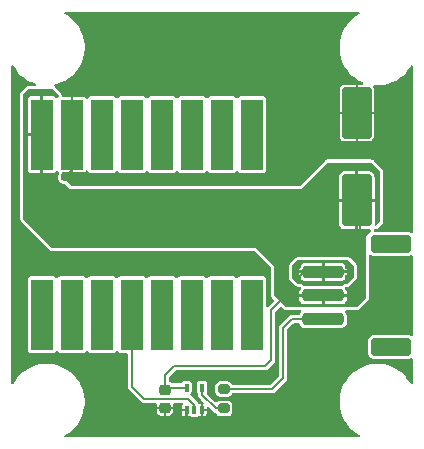
<source format=gtl>
%TF.GenerationSoftware,KiCad,Pcbnew,8.0.4*%
%TF.CreationDate,2024-08-07T00:27:04-04:00*%
%TF.ProjectId,esp32c3-wled,65737033-3263-4332-9d77-6c65642e6b69,rev?*%
%TF.SameCoordinates,Original*%
%TF.FileFunction,Copper,L1,Top*%
%TF.FilePolarity,Positive*%
%FSLAX46Y46*%
G04 Gerber Fmt 4.6, Leading zero omitted, Abs format (unit mm)*
G04 Created by KiCad (PCBNEW 8.0.4) date 2024-08-07 00:27:04*
%MOMM*%
%LPD*%
G01*
G04 APERTURE LIST*
G04 Aperture macros list*
%AMRoundRect*
0 Rectangle with rounded corners*
0 $1 Rounding radius*
0 $2 $3 $4 $5 $6 $7 $8 $9 X,Y pos of 4 corners*
0 Add a 4 corners polygon primitive as box body*
4,1,4,$2,$3,$4,$5,$6,$7,$8,$9,$2,$3,0*
0 Add four circle primitives for the rounded corners*
1,1,$1+$1,$2,$3*
1,1,$1+$1,$4,$5*
1,1,$1+$1,$6,$7*
1,1,$1+$1,$8,$9*
0 Add four rect primitives between the rounded corners*
20,1,$1+$1,$2,$3,$4,$5,0*
20,1,$1+$1,$4,$5,$6,$7,0*
20,1,$1+$1,$6,$7,$8,$9,0*
20,1,$1+$1,$8,$9,$2,$3,0*%
G04 Aperture macros list end*
%TA.AperFunction,SMDPad,CuDef*%
%ADD10R,1.905000X6.000000*%
%TD*%
%TA.AperFunction,SMDPad,CuDef*%
%ADD11RoundRect,0.225000X-0.250000X0.225000X-0.250000X-0.225000X0.250000X-0.225000X0.250000X0.225000X0*%
%TD*%
%TA.AperFunction,SMDPad,CuDef*%
%ADD12RoundRect,0.100000X0.100000X-0.225000X0.100000X0.225000X-0.100000X0.225000X-0.100000X-0.225000X0*%
%TD*%
%TA.AperFunction,SMDPad,CuDef*%
%ADD13RoundRect,0.250000X1.500000X-0.250000X1.500000X0.250000X-1.500000X0.250000X-1.500000X-0.250000X0*%
%TD*%
%TA.AperFunction,SMDPad,CuDef*%
%ADD14RoundRect,0.250001X1.449999X-0.499999X1.449999X0.499999X-1.449999X0.499999X-1.449999X-0.499999X0*%
%TD*%
%TA.AperFunction,SMDPad,CuDef*%
%ADD15RoundRect,0.200000X0.275000X-0.200000X0.275000X0.200000X-0.275000X0.200000X-0.275000X-0.200000X0*%
%TD*%
%TA.AperFunction,SMDPad,CuDef*%
%ADD16RoundRect,0.250000X1.000000X-1.950000X1.000000X1.950000X-1.000000X1.950000X-1.000000X-1.950000X0*%
%TD*%
%TA.AperFunction,ViaPad*%
%ADD17C,0.600000*%
%TD*%
%TA.AperFunction,Conductor*%
%ADD18C,0.200000*%
%TD*%
G04 APERTURE END LIST*
D10*
%TO.P,U1,0,GPIO0*%
%TO.N,unconnected-(U1-GPIO0-Pad0)*%
X177380000Y-92380000D03*
%TO.P,U1,1,GPIO1*%
%TO.N,unconnected-(U1-GPIO1-Pad1)*%
X174840000Y-92380000D03*
%TO.P,U1,2,GPIO2*%
%TO.N,unconnected-(U1-GPIO2-Pad2)*%
X172300000Y-92380000D03*
%TO.P,U1,3,GPIO3*%
%TO.N,unconnected-(U1-GPIO3-Pad3)*%
X169760000Y-92380000D03*
%TO.P,U1,3.3,3V3*%
%TO.N,unconnected-(U1-3V3-Pad3.3)*%
X164680000Y-92380000D03*
%TO.P,U1,4,GPIO4*%
%TO.N,unconnected-(U1-GPIO4-Pad4)*%
X167220000Y-92380000D03*
%TO.P,U1,5,GPIO5*%
%TO.N,unconnected-(U1-GPIO5-Pad5)*%
X159600000Y-107620000D03*
%TO.P,U1,5V,5V*%
%TO.N,+5V*%
X159600000Y-92380000D03*
%TO.P,U1,6,GPIO6*%
%TO.N,unconnected-(U1-GPIO6-Pad6)*%
X162140000Y-107620000D03*
%TO.P,U1,7,GPIO7*%
%TO.N,unconnected-(U1-GPIO7-Pad7)*%
X164680000Y-107620000D03*
%TO.P,U1,8,GPIO8*%
%TO.N,Net-(U1-GPIO8)*%
X167220000Y-107620000D03*
%TO.P,U1,9,GPIO9*%
%TO.N,unconnected-(U1-GPIO9-Pad9)*%
X169760000Y-107620000D03*
%TO.P,U1,10,GPIO10*%
%TO.N,unconnected-(U1-GPIO10-Pad10)*%
X172300000Y-107620000D03*
%TO.P,U1,20,GPIO20*%
%TO.N,unconnected-(U1-GPIO20-Pad20)*%
X174840000Y-107620000D03*
%TO.P,U1,21,GPIO21*%
%TO.N,unconnected-(U1-GPIO21-Pad21)*%
X177380000Y-107620000D03*
%TO.P,U1,G,GND*%
%TO.N,GND*%
X162140000Y-92380000D03*
%TD*%
D11*
%TO.P,C1,1*%
%TO.N,+5V*%
X170000000Y-113975000D03*
%TO.P,C1,2*%
%TO.N,GND*%
X170000000Y-115525000D03*
%TD*%
D12*
%TO.P,U2,1*%
%TO.N,GND*%
X171850000Y-115700000D03*
%TO.P,U2,2*%
%TO.N,Net-(U1-GPIO8)*%
X172500000Y-115700000D03*
%TO.P,U2,3,GND*%
%TO.N,GND*%
X173150000Y-115700000D03*
%TO.P,U2,4*%
%TO.N,Net-(R1-Pad1)*%
X173150000Y-113800000D03*
%TO.P,U2,5,VCC*%
%TO.N,+5V*%
X171850000Y-113800000D03*
%TD*%
D13*
%TO.P,J1,1,Pin_1*%
%TO.N,Net-(J1-Pin_1)*%
X183400000Y-108000000D03*
%TO.P,J1,2,Pin_2*%
%TO.N,+5V*%
X183400000Y-106000000D03*
%TO.P,J1,3,Pin_3*%
%TO.N,GND*%
X183400000Y-104000000D03*
D14*
%TO.P,J1,MP*%
%TO.N,N/C*%
X189150000Y-110350000D03*
X189150000Y-101650000D03*
%TD*%
D15*
%TO.P,R1,1*%
%TO.N,Net-(R1-Pad1)*%
X175000000Y-115575000D03*
%TO.P,R1,2*%
%TO.N,Net-(J1-Pin_1)*%
X175000000Y-113925000D03*
%TD*%
D16*
%TO.P,C2,1*%
%TO.N,+5V*%
X186250000Y-97950000D03*
%TO.P,C2,2*%
%TO.N,GND*%
X186250000Y-90550000D03*
%TD*%
D17*
%TO.N,GND*%
X181250000Y-103500000D03*
X185500000Y-104500000D03*
X186750000Y-93750000D03*
X185500000Y-103500000D03*
X170000000Y-116750000D03*
X162500000Y-96000000D03*
X185750000Y-93750000D03*
X181250000Y-104500000D03*
X161500000Y-96000000D03*
%TD*%
D18*
%TO.N,+5V*%
X179000000Y-111500000D02*
X179000000Y-107250000D01*
X170000000Y-112750000D02*
X170750000Y-112000000D01*
X170000000Y-113975000D02*
X170000000Y-112750000D01*
X186500000Y-98500000D02*
X186500000Y-100800000D01*
X170175000Y-113800000D02*
X170000000Y-113975000D01*
X178500000Y-112000000D02*
X179000000Y-111500000D01*
X180250000Y-106000000D02*
X183400000Y-106000000D01*
X170750000Y-112000000D02*
X178500000Y-112000000D01*
X179000000Y-107250000D02*
X180250000Y-106000000D01*
X171850000Y-113800000D02*
X170175000Y-113800000D01*
%TO.N,GND*%
X186250000Y-90550000D02*
X186250000Y-93250000D01*
X162140000Y-92380000D02*
X162140000Y-95360000D01*
X183400000Y-104000000D02*
X185500000Y-104000000D01*
X186250000Y-93250000D02*
X185750000Y-93750000D01*
X185500000Y-104000000D02*
X185500000Y-104500000D01*
X170000000Y-115525000D02*
X170000000Y-116750000D01*
X185750000Y-93750000D02*
X186750000Y-93750000D01*
X162140000Y-95360000D02*
X161500000Y-96000000D01*
X183400000Y-104000000D02*
X181750000Y-104000000D01*
X185500000Y-103500000D02*
X185500000Y-104000000D01*
X181750000Y-104000000D02*
X181250000Y-104500000D01*
%TO.N,Net-(J1-Pin_1)*%
X180000000Y-108750000D02*
X180750000Y-108000000D01*
X180750000Y-108000000D02*
X183400000Y-108000000D01*
X180000000Y-113000000D02*
X180000000Y-108750000D01*
X175000000Y-113925000D02*
X179075000Y-113925000D01*
X179075000Y-113925000D02*
X180000000Y-113000000D01*
%TO.N,Net-(R1-Pad1)*%
X174325000Y-115575000D02*
X173150000Y-114400000D01*
X173150000Y-114400000D02*
X173150000Y-113800000D01*
X175000000Y-115575000D02*
X174325000Y-115575000D01*
%TO.N,Net-(U1-GPIO8)*%
X172000000Y-114750000D02*
X171975000Y-114775000D01*
X167220000Y-113720000D02*
X168250000Y-114750000D01*
X172500000Y-115700000D02*
X172500000Y-115250000D01*
X168250000Y-114750000D02*
X172000000Y-114750000D01*
X167220000Y-107620000D02*
X167220000Y-113720000D01*
X172500000Y-115250000D02*
X172000000Y-114750000D01*
%TD*%
%TA.AperFunction,Conductor*%
%TO.N,+5V*%
G36*
X160517461Y-88519213D02*
G01*
X160529465Y-88529465D01*
X160970535Y-88970535D01*
X160998761Y-89025933D01*
X161000000Y-89041670D01*
X161000000Y-89172008D01*
X160983045Y-89227899D01*
X160953344Y-89272349D01*
X160904518Y-89310840D01*
X160842391Y-89313281D01*
X160790696Y-89278738D01*
X160786053Y-89272348D01*
X160735624Y-89196877D01*
X160651605Y-89140736D01*
X160577516Y-89126000D01*
X159727000Y-89126000D01*
X159727000Y-95633999D01*
X160577517Y-95633999D01*
X160651605Y-95619263D01*
X160735624Y-95563123D01*
X160786053Y-95487650D01*
X160834879Y-95449158D01*
X160897005Y-95446717D01*
X160948701Y-95481258D01*
X160953336Y-95487637D01*
X160983046Y-95532100D01*
X161000000Y-95587989D01*
X161000000Y-95738116D01*
X160992342Y-95776614D01*
X160959771Y-95855245D01*
X160940715Y-95999996D01*
X160940715Y-96000003D01*
X160959771Y-96144754D01*
X161015644Y-96279642D01*
X161015645Y-96279643D01*
X161104526Y-96395474D01*
X161220357Y-96484355D01*
X161355245Y-96540228D01*
X161386741Y-96544374D01*
X161500000Y-96559285D01*
X161503193Y-96558864D01*
X161505464Y-96559285D01*
X161506594Y-96559285D01*
X161506594Y-96559494D01*
X161564326Y-96570188D01*
X161587467Y-96587467D01*
X162000000Y-97000000D01*
X181500000Y-97000000D01*
X182548211Y-95951789D01*
X184746000Y-95951789D01*
X184746000Y-97823000D01*
X186123000Y-97823000D01*
X186377000Y-97823000D01*
X187753999Y-97823000D01*
X187753999Y-95951789D01*
X187747546Y-95891766D01*
X187747545Y-95891761D01*
X187696901Y-95755978D01*
X187610046Y-95639953D01*
X187494021Y-95553098D01*
X187358235Y-95502453D01*
X187298211Y-95496000D01*
X186377000Y-95496000D01*
X186377000Y-97823000D01*
X186123000Y-97823000D01*
X186123000Y-95496000D01*
X185201789Y-95496000D01*
X185141766Y-95502453D01*
X185141761Y-95502454D01*
X185005978Y-95553098D01*
X184889953Y-95639953D01*
X184803098Y-95755978D01*
X184752453Y-95891763D01*
X184752453Y-95891765D01*
X184746000Y-95951789D01*
X182548211Y-95951789D01*
X183720535Y-94779465D01*
X183775933Y-94751239D01*
X183791670Y-94750000D01*
X187458330Y-94750000D01*
X187517461Y-94769213D01*
X187529465Y-94779465D01*
X188220535Y-95470535D01*
X188248761Y-95525933D01*
X188250000Y-95541670D01*
X188250000Y-99708330D01*
X188230787Y-99767461D01*
X188220535Y-99779465D01*
X187919769Y-100080230D01*
X187864371Y-100108456D01*
X187802962Y-100098730D01*
X187758999Y-100054766D01*
X187748610Y-99998341D01*
X187754000Y-99948210D01*
X187754000Y-98077000D01*
X186377000Y-98077000D01*
X186377000Y-100403999D01*
X187298208Y-100403999D01*
X187348342Y-100398609D01*
X187409188Y-100411391D01*
X187450901Y-100457497D01*
X187457547Y-100519315D01*
X187430231Y-100569768D01*
X187000000Y-100999999D01*
X187000000Y-106208330D01*
X186980787Y-106267461D01*
X186970535Y-106279465D01*
X186279465Y-106970535D01*
X186224067Y-106998761D01*
X186208330Y-107000000D01*
X180291670Y-107000000D01*
X180232539Y-106980787D01*
X180220535Y-106970535D01*
X179548210Y-106298210D01*
X181396001Y-106298210D01*
X181402453Y-106358233D01*
X181402454Y-106358238D01*
X181453098Y-106494021D01*
X181539953Y-106610046D01*
X181655978Y-106696901D01*
X181791764Y-106747546D01*
X181851789Y-106753999D01*
X183273000Y-106753999D01*
X183527000Y-106753999D01*
X184948210Y-106753999D01*
X185008233Y-106747546D01*
X185008238Y-106747545D01*
X185144021Y-106696901D01*
X185260046Y-106610046D01*
X185346901Y-106494021D01*
X185397546Y-106358236D01*
X185397546Y-106358234D01*
X185404000Y-106298210D01*
X185404000Y-106127000D01*
X183527000Y-106127000D01*
X183527000Y-106753999D01*
X183273000Y-106753999D01*
X183273000Y-106127000D01*
X181396001Y-106127000D01*
X181396001Y-106298210D01*
X179548210Y-106298210D01*
X179279465Y-106029465D01*
X179251239Y-105974067D01*
X179250000Y-105958330D01*
X179250000Y-103541665D01*
X180490500Y-103541665D01*
X180490500Y-104458339D01*
X180491299Y-104478678D01*
X180491301Y-104478698D01*
X180492540Y-104494435D01*
X180520022Y-104591875D01*
X180522969Y-104597658D01*
X180548251Y-104647278D01*
X180548253Y-104647281D01*
X180595969Y-104712957D01*
X180595970Y-104712958D01*
X180595971Y-104712959D01*
X181037041Y-105154029D01*
X181052007Y-105167863D01*
X181064011Y-105178115D01*
X181064015Y-105178118D01*
X181143945Y-105222880D01*
X181152348Y-105227586D01*
X181211479Y-105246799D01*
X181291666Y-105259499D01*
X181291668Y-105259500D01*
X181436636Y-105259500D01*
X181495767Y-105278713D01*
X181532312Y-105329013D01*
X181532312Y-105391187D01*
X181517171Y-105420387D01*
X181453098Y-105505978D01*
X181402453Y-105641763D01*
X181402453Y-105641765D01*
X181396000Y-105701789D01*
X181396000Y-105873000D01*
X185403999Y-105873000D01*
X185403999Y-105701789D01*
X185397546Y-105641766D01*
X185397545Y-105641761D01*
X185346901Y-105505978D01*
X185282829Y-105420387D01*
X185262774Y-105361536D01*
X185281141Y-105302136D01*
X185330915Y-105264877D01*
X185363364Y-105259500D01*
X185458339Y-105259500D01*
X185478678Y-105258700D01*
X185478683Y-105258699D01*
X185478698Y-105258699D01*
X185494435Y-105257460D01*
X185591875Y-105229978D01*
X185647273Y-105201752D01*
X185712959Y-105154029D01*
X186154029Y-104712959D01*
X186167863Y-104697993D01*
X186178115Y-104685989D01*
X186227586Y-104597652D01*
X186246799Y-104538521D01*
X186259500Y-104458330D01*
X186259500Y-103541670D01*
X186258699Y-103521302D01*
X186257460Y-103505565D01*
X186229978Y-103408125D01*
X186201752Y-103352727D01*
X186201748Y-103352721D01*
X186201746Y-103352718D01*
X186154030Y-103287042D01*
X186154029Y-103287041D01*
X185712959Y-102845971D01*
X185697993Y-102832137D01*
X185685989Y-102821885D01*
X185685988Y-102821884D01*
X185685984Y-102821881D01*
X185597658Y-102772417D01*
X185597645Y-102772411D01*
X185538526Y-102753202D01*
X185538516Y-102753200D01*
X185458334Y-102740500D01*
X185458330Y-102740500D01*
X181291670Y-102740500D01*
X181291661Y-102740500D01*
X181271321Y-102741299D01*
X181257694Y-102742372D01*
X181255565Y-102742540D01*
X181158125Y-102770022D01*
X181108302Y-102795407D01*
X181102721Y-102798251D01*
X181102718Y-102798253D01*
X181037042Y-102845969D01*
X180595967Y-103287045D01*
X180582139Y-103302004D01*
X180571881Y-103314015D01*
X180522417Y-103402341D01*
X180522411Y-103402354D01*
X180503202Y-103461473D01*
X180503200Y-103461483D01*
X180490500Y-103541665D01*
X179250000Y-103541665D01*
X179250000Y-103500000D01*
X177750000Y-102000000D01*
X160541670Y-102000000D01*
X160482539Y-101980787D01*
X160470535Y-101970535D01*
X158448210Y-99948210D01*
X184746001Y-99948210D01*
X184752453Y-100008233D01*
X184752454Y-100008238D01*
X184803098Y-100144021D01*
X184889953Y-100260046D01*
X185005978Y-100346901D01*
X185141764Y-100397546D01*
X185201789Y-100403999D01*
X186123000Y-100403999D01*
X186123000Y-98077000D01*
X184746001Y-98077000D01*
X184746001Y-99948210D01*
X158448210Y-99948210D01*
X158029465Y-99529465D01*
X158001239Y-99474067D01*
X158000000Y-99458330D01*
X158000000Y-95405016D01*
X158393501Y-95405016D01*
X158408236Y-95479105D01*
X158464376Y-95563123D01*
X158548394Y-95619263D01*
X158622483Y-95633999D01*
X159473000Y-95633999D01*
X159473000Y-92507000D01*
X158393501Y-92507000D01*
X158393501Y-95405016D01*
X158000000Y-95405016D01*
X158000000Y-89354983D01*
X158393500Y-89354983D01*
X158393500Y-92253000D01*
X159473000Y-92253000D01*
X159473000Y-89126000D01*
X158622483Y-89126000D01*
X158548394Y-89140736D01*
X158464376Y-89196876D01*
X158408236Y-89280894D01*
X158393500Y-89354983D01*
X158000000Y-89354983D01*
X158000000Y-89041670D01*
X158019213Y-88982539D01*
X158029465Y-88970535D01*
X158470535Y-88529465D01*
X158525933Y-88501239D01*
X158541670Y-88500000D01*
X160458330Y-88500000D01*
X160517461Y-88519213D01*
G37*
%TD.AperFunction*%
%TD*%
%TA.AperFunction,Conductor*%
%TO.N,GND*%
G36*
X185517461Y-103019213D02*
G01*
X185529465Y-103029465D01*
X185970535Y-103470535D01*
X185998761Y-103525933D01*
X186000000Y-103541670D01*
X186000000Y-104458330D01*
X185980787Y-104517461D01*
X185970535Y-104529465D01*
X185529465Y-104970535D01*
X185474067Y-104998761D01*
X185458330Y-105000000D01*
X181291670Y-105000000D01*
X181232539Y-104980787D01*
X181220535Y-104970535D01*
X180779465Y-104529465D01*
X180751239Y-104474067D01*
X180750000Y-104458330D01*
X180750000Y-104298210D01*
X181396001Y-104298210D01*
X181402453Y-104358233D01*
X181402454Y-104358238D01*
X181453098Y-104494021D01*
X181539953Y-104610046D01*
X181655978Y-104696901D01*
X181791764Y-104747546D01*
X181851789Y-104753999D01*
X183273000Y-104753999D01*
X183527000Y-104753999D01*
X184948210Y-104753999D01*
X185008233Y-104747546D01*
X185008238Y-104747545D01*
X185144021Y-104696901D01*
X185260046Y-104610046D01*
X185346901Y-104494021D01*
X185397546Y-104358236D01*
X185397546Y-104358234D01*
X185404000Y-104298210D01*
X185404000Y-104127000D01*
X183527000Y-104127000D01*
X183527000Y-104753999D01*
X183273000Y-104753999D01*
X183273000Y-104127000D01*
X181396001Y-104127000D01*
X181396001Y-104298210D01*
X180750000Y-104298210D01*
X180750000Y-103701789D01*
X181396000Y-103701789D01*
X181396000Y-103873000D01*
X183273000Y-103873000D01*
X183527000Y-103873000D01*
X185403999Y-103873000D01*
X185403999Y-103701789D01*
X185397546Y-103641766D01*
X185397545Y-103641761D01*
X185346901Y-103505978D01*
X185260046Y-103389953D01*
X185144021Y-103303098D01*
X185008235Y-103252453D01*
X184948211Y-103246000D01*
X183527000Y-103246000D01*
X183527000Y-103873000D01*
X183273000Y-103873000D01*
X183273000Y-103246000D01*
X181851789Y-103246000D01*
X181791766Y-103252453D01*
X181791761Y-103252454D01*
X181655978Y-103303098D01*
X181539953Y-103389953D01*
X181453098Y-103505978D01*
X181402453Y-103641763D01*
X181402453Y-103641765D01*
X181396000Y-103701789D01*
X180750000Y-103701789D01*
X180750000Y-103541670D01*
X180769213Y-103482539D01*
X180779465Y-103470535D01*
X181220535Y-103029465D01*
X181275933Y-103001239D01*
X181291670Y-103000000D01*
X185458330Y-103000000D01*
X185517461Y-103019213D01*
G37*
%TD.AperFunction*%
%TD*%
%TA.AperFunction,Conductor*%
%TO.N,GND*%
G36*
X157182487Y-86529500D02*
G01*
X157191739Y-86544986D01*
X157194431Y-86550577D01*
X157194439Y-86550592D01*
X157385675Y-86854942D01*
X157385685Y-86854956D01*
X157609812Y-87136003D01*
X157863997Y-87390188D01*
X157864001Y-87390191D01*
X158145040Y-87614312D01*
X158145057Y-87614324D01*
X158449407Y-87805560D01*
X158449425Y-87805570D01*
X158669930Y-87911759D01*
X158773292Y-87961536D01*
X159011664Y-88044945D01*
X159061130Y-88082610D01*
X159079012Y-88142157D01*
X159058477Y-88200843D01*
X159007369Y-88236250D01*
X158978437Y-88240500D01*
X158541661Y-88240500D01*
X158521321Y-88241299D01*
X158507694Y-88242372D01*
X158505565Y-88242540D01*
X158408125Y-88270022D01*
X158369033Y-88289940D01*
X158352721Y-88298251D01*
X158352718Y-88298253D01*
X158287042Y-88345969D01*
X157845967Y-88787045D01*
X157832139Y-88802004D01*
X157821881Y-88814015D01*
X157772417Y-88902341D01*
X157772411Y-88902354D01*
X157753202Y-88961473D01*
X157753200Y-88961483D01*
X157740500Y-89041665D01*
X157740500Y-99458339D01*
X157741299Y-99478678D01*
X157741301Y-99478698D01*
X157742540Y-99494435D01*
X157770022Y-99591875D01*
X157798248Y-99647273D01*
X157798251Y-99647278D01*
X157798253Y-99647281D01*
X157845969Y-99712957D01*
X157845971Y-99712959D01*
X158067312Y-99934300D01*
X160287041Y-102154029D01*
X160302007Y-102167863D01*
X160314011Y-102178115D01*
X160314015Y-102178118D01*
X160393945Y-102222880D01*
X160402348Y-102227586D01*
X160461479Y-102246799D01*
X160541666Y-102259499D01*
X160541668Y-102259500D01*
X160541670Y-102259500D01*
X177600842Y-102259500D01*
X177659973Y-102278713D01*
X177671977Y-102288965D01*
X178961035Y-103578023D01*
X178989261Y-103633421D01*
X178990500Y-103649158D01*
X178990500Y-105958339D01*
X178991299Y-105978678D01*
X178991301Y-105978698D01*
X178992540Y-105994435D01*
X179020022Y-106091875D01*
X179048248Y-106147273D01*
X179048251Y-106147278D01*
X179048253Y-106147281D01*
X179095969Y-106212957D01*
X179244701Y-106361689D01*
X179272927Y-106417087D01*
X179263201Y-106478495D01*
X179244701Y-106503959D01*
X178782332Y-106966329D01*
X178782330Y-106966330D01*
X178758732Y-106989927D01*
X178703334Y-107018153D01*
X178641926Y-107008425D01*
X178597963Y-106964461D01*
X178586999Y-106918791D01*
X178586999Y-104594934D01*
X178578625Y-104552832D01*
X178572234Y-104520699D01*
X178572232Y-104520697D01*
X178572232Y-104520695D01*
X178515985Y-104436517D01*
X178515983Y-104436515D01*
X178431802Y-104380267D01*
X178431801Y-104380266D01*
X178431800Y-104380265D01*
X178431799Y-104380265D01*
X178375998Y-104369166D01*
X178357567Y-104365500D01*
X178357566Y-104365500D01*
X176402434Y-104365500D01*
X176328198Y-104380266D01*
X176328195Y-104380267D01*
X176244017Y-104436514D01*
X176226321Y-104462996D01*
X176193644Y-104511901D01*
X176144819Y-104550391D01*
X176082693Y-104552832D01*
X176030997Y-104518289D01*
X176026361Y-104511910D01*
X175975984Y-104436516D01*
X175891801Y-104380266D01*
X175891800Y-104380265D01*
X175891799Y-104380265D01*
X175835998Y-104369166D01*
X175817567Y-104365500D01*
X175817566Y-104365500D01*
X173862434Y-104365500D01*
X173788198Y-104380266D01*
X173788195Y-104380267D01*
X173704017Y-104436514D01*
X173686321Y-104462996D01*
X173653644Y-104511901D01*
X173604819Y-104550391D01*
X173542693Y-104552832D01*
X173490997Y-104518289D01*
X173486361Y-104511910D01*
X173435984Y-104436516D01*
X173351801Y-104380266D01*
X173351800Y-104380265D01*
X173351799Y-104380265D01*
X173295998Y-104369166D01*
X173277567Y-104365500D01*
X173277566Y-104365500D01*
X171322434Y-104365500D01*
X171248198Y-104380266D01*
X171248195Y-104380267D01*
X171164017Y-104436514D01*
X171146321Y-104462996D01*
X171113644Y-104511901D01*
X171064819Y-104550391D01*
X171002693Y-104552832D01*
X170950997Y-104518289D01*
X170946361Y-104511910D01*
X170895984Y-104436516D01*
X170811801Y-104380266D01*
X170811800Y-104380265D01*
X170811799Y-104380265D01*
X170755998Y-104369166D01*
X170737567Y-104365500D01*
X170737566Y-104365500D01*
X168782434Y-104365500D01*
X168708198Y-104380266D01*
X168708195Y-104380267D01*
X168624017Y-104436514D01*
X168606321Y-104462996D01*
X168573644Y-104511901D01*
X168524819Y-104550391D01*
X168462693Y-104552832D01*
X168410997Y-104518289D01*
X168406361Y-104511910D01*
X168355984Y-104436516D01*
X168271801Y-104380266D01*
X168271800Y-104380265D01*
X168271799Y-104380265D01*
X168215998Y-104369166D01*
X168197567Y-104365500D01*
X168197566Y-104365500D01*
X166242434Y-104365500D01*
X166168198Y-104380266D01*
X166168195Y-104380267D01*
X166084017Y-104436514D01*
X166066321Y-104462996D01*
X166033644Y-104511901D01*
X165984819Y-104550391D01*
X165922693Y-104552832D01*
X165870997Y-104518289D01*
X165866361Y-104511910D01*
X165815984Y-104436516D01*
X165731801Y-104380266D01*
X165731800Y-104380265D01*
X165731799Y-104380265D01*
X165675998Y-104369166D01*
X165657567Y-104365500D01*
X165657566Y-104365500D01*
X163702434Y-104365500D01*
X163628198Y-104380266D01*
X163628195Y-104380267D01*
X163544017Y-104436514D01*
X163526321Y-104462996D01*
X163493644Y-104511901D01*
X163444819Y-104550391D01*
X163382693Y-104552832D01*
X163330997Y-104518289D01*
X163326361Y-104511910D01*
X163275984Y-104436516D01*
X163191801Y-104380266D01*
X163191800Y-104380265D01*
X163191799Y-104380265D01*
X163135998Y-104369166D01*
X163117567Y-104365500D01*
X163117566Y-104365500D01*
X161162434Y-104365500D01*
X161088198Y-104380266D01*
X161088195Y-104380267D01*
X161004017Y-104436514D01*
X160986321Y-104462996D01*
X160953644Y-104511901D01*
X160904819Y-104550391D01*
X160842693Y-104552832D01*
X160790997Y-104518289D01*
X160786361Y-104511910D01*
X160735984Y-104436516D01*
X160651801Y-104380266D01*
X160651800Y-104380265D01*
X160651799Y-104380265D01*
X160595998Y-104369166D01*
X160577567Y-104365500D01*
X160577566Y-104365500D01*
X158622434Y-104365500D01*
X158548198Y-104380266D01*
X158548195Y-104380267D01*
X158464017Y-104436514D01*
X158464015Y-104436516D01*
X158407765Y-104520700D01*
X158393000Y-104594933D01*
X158393000Y-110645065D01*
X158407766Y-110719301D01*
X158407767Y-110719304D01*
X158464014Y-110803482D01*
X158464015Y-110803483D01*
X158464016Y-110803484D01*
X158548199Y-110859734D01*
X158622433Y-110874500D01*
X160577566Y-110874499D01*
X160651801Y-110859734D01*
X160735984Y-110803484D01*
X160786356Y-110728097D01*
X160835179Y-110689608D01*
X160897305Y-110687167D01*
X160949001Y-110721708D01*
X160953644Y-110728099D01*
X161004014Y-110803482D01*
X161004015Y-110803483D01*
X161004016Y-110803484D01*
X161088199Y-110859734D01*
X161162433Y-110874500D01*
X163117566Y-110874499D01*
X163191801Y-110859734D01*
X163275984Y-110803484D01*
X163326356Y-110728097D01*
X163375179Y-110689608D01*
X163437305Y-110687167D01*
X163489001Y-110721708D01*
X163493644Y-110728099D01*
X163544014Y-110803482D01*
X163544015Y-110803483D01*
X163544016Y-110803484D01*
X163628199Y-110859734D01*
X163702433Y-110874500D01*
X165657566Y-110874499D01*
X165731801Y-110859734D01*
X165815984Y-110803484D01*
X165866356Y-110728097D01*
X165915179Y-110689608D01*
X165977305Y-110687167D01*
X166029001Y-110721708D01*
X166033644Y-110728099D01*
X166084014Y-110803482D01*
X166084015Y-110803483D01*
X166084016Y-110803484D01*
X166168199Y-110859734D01*
X166242433Y-110874500D01*
X166764900Y-110874499D01*
X166824031Y-110893712D01*
X166860576Y-110944012D01*
X166865500Y-110975099D01*
X166865500Y-113673329D01*
X166865500Y-113766671D01*
X166889659Y-113856832D01*
X166936329Y-113937668D01*
X167966329Y-114967668D01*
X167966328Y-114967668D01*
X168014895Y-115016234D01*
X168032332Y-115033671D01*
X168113168Y-115080341D01*
X168203329Y-115104500D01*
X169224820Y-115104500D01*
X169283951Y-115123713D01*
X169320496Y-115174013D01*
X169324981Y-115214491D01*
X169321800Y-115248420D01*
X169321800Y-115423400D01*
X170678199Y-115423400D01*
X170678199Y-115248423D01*
X170678198Y-115248412D01*
X170675019Y-115214487D01*
X170688630Y-115153821D01*
X170735301Y-115112742D01*
X170775180Y-115104500D01*
X171448841Y-115104500D01*
X171507972Y-115123713D01*
X171544517Y-115174013D01*
X171544517Y-115236187D01*
X171519976Y-115276235D01*
X171495527Y-115300683D01*
X171449741Y-115404378D01*
X171446800Y-115429726D01*
X171446800Y-115598400D01*
X171851000Y-115598400D01*
X171910131Y-115617613D01*
X171946676Y-115667913D01*
X171951600Y-115699000D01*
X171951600Y-116228200D01*
X171995268Y-116228200D01*
X171995273Y-116228199D01*
X172020620Y-116225258D01*
X172081264Y-116198481D01*
X172143117Y-116192172D01*
X172183347Y-116214094D01*
X172184375Y-116212655D01*
X172191159Y-116217498D01*
X172191160Y-116217499D01*
X172297450Y-116269461D01*
X172297448Y-116269461D01*
X172366353Y-116279500D01*
X172366354Y-116279500D01*
X172633647Y-116279500D01*
X172702550Y-116269461D01*
X172808840Y-116217499D01*
X172808843Y-116217495D01*
X172815625Y-116212655D01*
X172816833Y-116214348D01*
X172862349Y-116191150D01*
X172918734Y-116198481D01*
X172979378Y-116225258D01*
X173004726Y-116228199D01*
X173004732Y-116228200D01*
X173048400Y-116228200D01*
X173251600Y-116228200D01*
X173295268Y-116228200D01*
X173295273Y-116228199D01*
X173320621Y-116225258D01*
X173424316Y-116179472D01*
X173504472Y-116099316D01*
X173550258Y-115995621D01*
X173553199Y-115970273D01*
X173553200Y-115970267D01*
X173553200Y-115801600D01*
X173251600Y-115801600D01*
X173251600Y-116228200D01*
X173048400Y-116228200D01*
X173048400Y-115171800D01*
X173004726Y-115171800D01*
X172979377Y-115174741D01*
X172968273Y-115179644D01*
X172906419Y-115185950D01*
X172852672Y-115154695D01*
X172833385Y-115119041D01*
X172832863Y-115119258D01*
X172830771Y-115114208D01*
X172830470Y-115113651D01*
X172830341Y-115113168D01*
X172783671Y-115032332D01*
X172751339Y-115000000D01*
X172717668Y-114966328D01*
X172717668Y-114966329D01*
X172217668Y-114466329D01*
X172217665Y-114466327D01*
X172217664Y-114466326D01*
X172217661Y-114466323D01*
X172199557Y-114455871D01*
X172157955Y-114409666D01*
X172151457Y-114347832D01*
X172178724Y-114297615D01*
X172208609Y-114267730D01*
X172242499Y-114233840D01*
X172294461Y-114127550D01*
X172304500Y-114058646D01*
X172304500Y-113541354D01*
X172304500Y-113541352D01*
X172695500Y-113541352D01*
X172695500Y-114058647D01*
X172705538Y-114127550D01*
X172757500Y-114233839D01*
X172766035Y-114242374D01*
X172794261Y-114297772D01*
X172795500Y-114313509D01*
X172795500Y-114353329D01*
X172795500Y-114446671D01*
X172819659Y-114536832D01*
X172866329Y-114617668D01*
X173068925Y-114820264D01*
X173264895Y-115016234D01*
X173293121Y-115071632D01*
X173283395Y-115133041D01*
X173264896Y-115158503D01*
X173251600Y-115171799D01*
X173251600Y-115598400D01*
X173553200Y-115598400D01*
X173553200Y-115547408D01*
X173572413Y-115488277D01*
X173622713Y-115451732D01*
X173684887Y-115451732D01*
X173724932Y-115476271D01*
X174041329Y-115792668D01*
X174041328Y-115792668D01*
X174078404Y-115829743D01*
X174107332Y-115858671D01*
X174188168Y-115905341D01*
X174248172Y-115921419D01*
X174300315Y-115955282D01*
X174317088Y-115985363D01*
X174318631Y-115989774D01*
X174318632Y-115989776D01*
X174399986Y-116100006D01*
X174399993Y-116100013D01*
X174510224Y-116181367D01*
X174510225Y-116181368D01*
X174510226Y-116181368D01*
X174510227Y-116181369D01*
X174639549Y-116226621D01*
X174670251Y-116229500D01*
X175329748Y-116229499D01*
X175360451Y-116226621D01*
X175489773Y-116181369D01*
X175600010Y-116100010D01*
X175681369Y-115989773D01*
X175726621Y-115860451D01*
X175729500Y-115829749D01*
X175729499Y-115320252D01*
X175726621Y-115289549D01*
X175681369Y-115160227D01*
X175661305Y-115133041D01*
X175600013Y-115049993D01*
X175600006Y-115049986D01*
X175489775Y-114968632D01*
X175489774Y-114968631D01*
X175446665Y-114953547D01*
X175360451Y-114923379D01*
X175329749Y-114920500D01*
X175329743Y-114920500D01*
X174670259Y-114920500D01*
X174670248Y-114920501D01*
X174639551Y-114923378D01*
X174510227Y-114968630D01*
X174412880Y-115040476D01*
X174353894Y-115060130D01*
X174294621Y-115041360D01*
X174282007Y-115030668D01*
X173574467Y-114323128D01*
X173546241Y-114267730D01*
X173555223Y-114207811D01*
X173594461Y-114127550D01*
X173604500Y-114058646D01*
X173604500Y-113541354D01*
X173601073Y-113517835D01*
X173594461Y-113472449D01*
X173542499Y-113366160D01*
X173458839Y-113282500D01*
X173352549Y-113230538D01*
X173352551Y-113230538D01*
X173283647Y-113220500D01*
X173283646Y-113220500D01*
X173016354Y-113220500D01*
X173016353Y-113220500D01*
X172947449Y-113230538D01*
X172841160Y-113282500D01*
X172757500Y-113366160D01*
X172705538Y-113472449D01*
X172695500Y-113541352D01*
X172304500Y-113541352D01*
X172301073Y-113517835D01*
X172294461Y-113472449D01*
X172242499Y-113366160D01*
X172158839Y-113282500D01*
X172052549Y-113230538D01*
X172052551Y-113230538D01*
X171983647Y-113220500D01*
X171983646Y-113220500D01*
X171716354Y-113220500D01*
X171716353Y-113220500D01*
X171647449Y-113230538D01*
X171541160Y-113282500D01*
X171457501Y-113366159D01*
X171457501Y-113366160D01*
X171446294Y-113389083D01*
X171403065Y-113433767D01*
X171355917Y-113445500D01*
X170671380Y-113445500D01*
X170612249Y-113426287D01*
X170597966Y-113412207D01*
X170597631Y-113412543D01*
X170592543Y-113407455D01*
X170482161Y-113324823D01*
X170419944Y-113301618D01*
X170371255Y-113262953D01*
X170354500Y-113207361D01*
X170354500Y-112938509D01*
X170373713Y-112879378D01*
X170383965Y-112867374D01*
X170867374Y-112383965D01*
X170922772Y-112355739D01*
X170938509Y-112354500D01*
X178546671Y-112354500D01*
X178636832Y-112330341D01*
X178717668Y-112283671D01*
X179283671Y-111717668D01*
X179284444Y-111716329D01*
X179330341Y-111636832D01*
X179354500Y-111546671D01*
X179354500Y-107438508D01*
X179373713Y-107379377D01*
X179383959Y-107367379D01*
X179746042Y-107005295D01*
X179801438Y-106977071D01*
X179862846Y-106986797D01*
X179888306Y-107005294D01*
X180037041Y-107154029D01*
X180052007Y-107167863D01*
X180064011Y-107178115D01*
X180064015Y-107178118D01*
X180143945Y-107222880D01*
X180152348Y-107227586D01*
X180211479Y-107246799D01*
X180291666Y-107259499D01*
X180291668Y-107259500D01*
X180291670Y-107259500D01*
X181436012Y-107259500D01*
X181495143Y-107278713D01*
X181531688Y-107329013D01*
X181531688Y-107391187D01*
X181516548Y-107420384D01*
X181489034Y-107457138D01*
X181452655Y-107505736D01*
X181424936Y-107580056D01*
X181386270Y-107628745D01*
X181330679Y-107645500D01*
X180796671Y-107645500D01*
X180703329Y-107645500D01*
X180613168Y-107669659D01*
X180586222Y-107685215D01*
X180532334Y-107716327D01*
X179782332Y-108466329D01*
X179782331Y-108466328D01*
X179716329Y-108532331D01*
X179716328Y-108532333D01*
X179669659Y-108613168D01*
X179651973Y-108679169D01*
X179645500Y-108703328D01*
X179645500Y-112811491D01*
X179626287Y-112870622D01*
X179616035Y-112882626D01*
X178957626Y-113541035D01*
X178902228Y-113569261D01*
X178886491Y-113570500D01*
X175773839Y-113570500D01*
X175714708Y-113551287D01*
X175687482Y-113515521D01*
X175684891Y-113516891D01*
X175681367Y-113510223D01*
X175600013Y-113399993D01*
X175600006Y-113399986D01*
X175489775Y-113318632D01*
X175489774Y-113318631D01*
X175441153Y-113301618D01*
X175360451Y-113273379D01*
X175329749Y-113270500D01*
X175329743Y-113270500D01*
X174670259Y-113270500D01*
X174670248Y-113270501D01*
X174639551Y-113273378D01*
X174510225Y-113318631D01*
X174510224Y-113318632D01*
X174399993Y-113399986D01*
X174399986Y-113399993D01*
X174318632Y-113510224D01*
X174318631Y-113510225D01*
X174273379Y-113639550D01*
X174270500Y-113670256D01*
X174270500Y-114179740D01*
X174270501Y-114179751D01*
X174273378Y-114210448D01*
X174318631Y-114339774D01*
X174318632Y-114339775D01*
X174399986Y-114450006D01*
X174399993Y-114450013D01*
X174510224Y-114531367D01*
X174510225Y-114531368D01*
X174510226Y-114531368D01*
X174510227Y-114531369D01*
X174639549Y-114576621D01*
X174670251Y-114579500D01*
X175329748Y-114579499D01*
X175360451Y-114576621D01*
X175489773Y-114531369D01*
X175600010Y-114450010D01*
X175629785Y-114409666D01*
X175681367Y-114339776D01*
X175684891Y-114333109D01*
X175687742Y-114334616D01*
X175718396Y-114296157D01*
X175773839Y-114279500D01*
X179121671Y-114279500D01*
X179211832Y-114255341D01*
X179292668Y-114208671D01*
X180283671Y-113217668D01*
X180330342Y-113136831D01*
X180354501Y-113046671D01*
X180354501Y-112953329D01*
X180354501Y-112947169D01*
X180354500Y-112947151D01*
X180354500Y-108938509D01*
X180373713Y-108879378D01*
X180383965Y-108867374D01*
X180867374Y-108383965D01*
X180922772Y-108355739D01*
X180938509Y-108354500D01*
X181330679Y-108354500D01*
X181389810Y-108373713D01*
X181424936Y-108419944D01*
X181452655Y-108494263D01*
X181452658Y-108494267D01*
X181539596Y-108610404D01*
X181655733Y-108697342D01*
X181655736Y-108697344D01*
X181735144Y-108726961D01*
X181791658Y-108748040D01*
X181851745Y-108754500D01*
X184948254Y-108754499D01*
X185008342Y-108748040D01*
X185094551Y-108715885D01*
X185144263Y-108697344D01*
X185144264Y-108697342D01*
X185144267Y-108697342D01*
X185260404Y-108610404D01*
X185347342Y-108494267D01*
X185347342Y-108494264D01*
X185347344Y-108494263D01*
X185388483Y-108383965D01*
X185398040Y-108358342D01*
X185404500Y-108298255D01*
X185404499Y-107701746D01*
X185398040Y-107641658D01*
X185375063Y-107580056D01*
X185347344Y-107505736D01*
X185347342Y-107505733D01*
X185283452Y-107420385D01*
X185263398Y-107361536D01*
X185281765Y-107302136D01*
X185331539Y-107264877D01*
X185363988Y-107259500D01*
X186208339Y-107259500D01*
X186228678Y-107258700D01*
X186228683Y-107258699D01*
X186228698Y-107258699D01*
X186244435Y-107257460D01*
X186341875Y-107229978D01*
X186397273Y-107201752D01*
X186462959Y-107154029D01*
X187154029Y-106462959D01*
X187167863Y-106447993D01*
X187178115Y-106435989D01*
X187179888Y-106432824D01*
X187205830Y-106386500D01*
X187227586Y-106347652D01*
X187246799Y-106288521D01*
X187259500Y-106208330D01*
X187259500Y-102651417D01*
X187278713Y-102592286D01*
X187329013Y-102555741D01*
X187391187Y-102555741D01*
X187420384Y-102570880D01*
X187455733Y-102597342D01*
X187455736Y-102597343D01*
X187455735Y-102597343D01*
X187461945Y-102599659D01*
X187591659Y-102648040D01*
X187651746Y-102654500D01*
X190648254Y-102654500D01*
X190708341Y-102648040D01*
X190844267Y-102597342D01*
X190844270Y-102597339D01*
X190850579Y-102593895D01*
X190852268Y-102596988D01*
X190897070Y-102581525D01*
X190956541Y-102599659D01*
X190993995Y-102649285D01*
X190999500Y-102682108D01*
X190999500Y-109317891D01*
X190980287Y-109377022D01*
X190929987Y-109413567D01*
X190867813Y-109413567D01*
X190851197Y-109404973D01*
X190850579Y-109406105D01*
X190844264Y-109402656D01*
X190708341Y-109351960D01*
X190648254Y-109345500D01*
X187651746Y-109345500D01*
X187591659Y-109351960D01*
X187591657Y-109351960D01*
X187455735Y-109402656D01*
X187339596Y-109489596D01*
X187252656Y-109605735D01*
X187201960Y-109741657D01*
X187201960Y-109741659D01*
X187195500Y-109801746D01*
X187195500Y-110898254D01*
X187200420Y-110944012D01*
X187201960Y-110958340D01*
X187201960Y-110958342D01*
X187252656Y-111094264D01*
X187252657Y-111094266D01*
X187252658Y-111094267D01*
X187339596Y-111210404D01*
X187455733Y-111297342D01*
X187455736Y-111297343D01*
X187455735Y-111297343D01*
X187461945Y-111299659D01*
X187591659Y-111348040D01*
X187651746Y-111354500D01*
X190648254Y-111354500D01*
X190708341Y-111348040D01*
X190844267Y-111297342D01*
X190844270Y-111297339D01*
X190850579Y-111293895D01*
X190852268Y-111296988D01*
X190897070Y-111281525D01*
X190956541Y-111299659D01*
X190993995Y-111349285D01*
X190999500Y-111382108D01*
X190999500Y-113411368D01*
X190980287Y-113470499D01*
X190929987Y-113507044D01*
X190867813Y-113507044D01*
X190817513Y-113470499D01*
X190808263Y-113455017D01*
X190805570Y-113449425D01*
X190805560Y-113449407D01*
X190614324Y-113145057D01*
X190614312Y-113145040D01*
X190461428Y-112953329D01*
X190390188Y-112863997D01*
X190136003Y-112609812D01*
X189956081Y-112466329D01*
X189854959Y-112385687D01*
X189854942Y-112385675D01*
X189550592Y-112194439D01*
X189550574Y-112194429D01*
X189226723Y-112038471D01*
X189226710Y-112038465D01*
X189226708Y-112038464D01*
X189119529Y-112000960D01*
X188887407Y-111919737D01*
X188536953Y-111839749D01*
X188536950Y-111839748D01*
X188536948Y-111839748D01*
X188536944Y-111839747D01*
X188536941Y-111839747D01*
X188179736Y-111799500D01*
X187820264Y-111799500D01*
X187463058Y-111839747D01*
X187463046Y-111839749D01*
X187112592Y-111919737D01*
X186773289Y-112038465D01*
X186773276Y-112038471D01*
X186449425Y-112194429D01*
X186449407Y-112194439D01*
X186145057Y-112385675D01*
X186145040Y-112385687D01*
X185864001Y-112609808D01*
X185863993Y-112609815D01*
X185609815Y-112863993D01*
X185609808Y-112864001D01*
X185385687Y-113145040D01*
X185385675Y-113145057D01*
X185194439Y-113449407D01*
X185194429Y-113449425D01*
X185038471Y-113773276D01*
X185038465Y-113773289D01*
X184919737Y-114112592D01*
X184839749Y-114463046D01*
X184839747Y-114463058D01*
X184822327Y-114617665D01*
X184799500Y-114820264D01*
X184799500Y-115179736D01*
X184807238Y-115248412D01*
X184839747Y-115536941D01*
X184839749Y-115536953D01*
X184919737Y-115887407D01*
X184994132Y-116100013D01*
X185038433Y-116226620D01*
X185038465Y-116226710D01*
X185038471Y-116226723D01*
X185194429Y-116550574D01*
X185194439Y-116550592D01*
X185385675Y-116854942D01*
X185385685Y-116854956D01*
X185609812Y-117136003D01*
X185863997Y-117390188D01*
X185864001Y-117390191D01*
X186145040Y-117614312D01*
X186145057Y-117614324D01*
X186449407Y-117805560D01*
X186449425Y-117805570D01*
X186455017Y-117808263D01*
X186499956Y-117851229D01*
X186511058Y-117912404D01*
X186484081Y-117968421D01*
X186429331Y-117997883D01*
X186411368Y-117999500D01*
X161588632Y-117999500D01*
X161529501Y-117980287D01*
X161492956Y-117929987D01*
X161492956Y-117867813D01*
X161529501Y-117817513D01*
X161544983Y-117808263D01*
X161550574Y-117805570D01*
X161550575Y-117805568D01*
X161550582Y-117805566D01*
X161854956Y-117614315D01*
X162136003Y-117390188D01*
X162390188Y-117136003D01*
X162614315Y-116854956D01*
X162805566Y-116550582D01*
X162961536Y-116226708D01*
X163080262Y-115887408D01*
X163099850Y-115801589D01*
X169321801Y-115801589D01*
X169324511Y-115830504D01*
X169367144Y-115952344D01*
X169443796Y-116056201D01*
X169443798Y-116056203D01*
X169547654Y-116132854D01*
X169669494Y-116175487D01*
X169698421Y-116178199D01*
X169898400Y-116178199D01*
X170101600Y-116178199D01*
X170301576Y-116178199D01*
X170301589Y-116178198D01*
X170330504Y-116175488D01*
X170452344Y-116132855D01*
X170556201Y-116056203D01*
X170556203Y-116056201D01*
X170619622Y-115970273D01*
X171446800Y-115970273D01*
X171449741Y-115995621D01*
X171495527Y-116099316D01*
X171575683Y-116179472D01*
X171679378Y-116225258D01*
X171704726Y-116228199D01*
X171704732Y-116228200D01*
X171748400Y-116228200D01*
X171748400Y-115801600D01*
X171446800Y-115801600D01*
X171446800Y-115970273D01*
X170619622Y-115970273D01*
X170632854Y-115952345D01*
X170675487Y-115830505D01*
X170678200Y-115801578D01*
X170678200Y-115626600D01*
X170101600Y-115626600D01*
X170101600Y-116178199D01*
X169898400Y-116178199D01*
X169898400Y-115626600D01*
X169321801Y-115626600D01*
X169321801Y-115801589D01*
X163099850Y-115801589D01*
X163160252Y-115536948D01*
X163200500Y-115179736D01*
X163200500Y-114820264D01*
X163160252Y-114463052D01*
X163080262Y-114112592D01*
X162961536Y-113773292D01*
X162897129Y-113639549D01*
X162805570Y-113449425D01*
X162805560Y-113449407D01*
X162614324Y-113145057D01*
X162614312Y-113145040D01*
X162461428Y-112953329D01*
X162390188Y-112863997D01*
X162136003Y-112609812D01*
X161956081Y-112466329D01*
X161854959Y-112385687D01*
X161854942Y-112385675D01*
X161550592Y-112194439D01*
X161550574Y-112194429D01*
X161226723Y-112038471D01*
X161226710Y-112038465D01*
X161226708Y-112038464D01*
X161119529Y-112000960D01*
X160887407Y-111919737D01*
X160536953Y-111839749D01*
X160536950Y-111839748D01*
X160536948Y-111839748D01*
X160536944Y-111839747D01*
X160536941Y-111839747D01*
X160179736Y-111799500D01*
X159820264Y-111799500D01*
X159463058Y-111839747D01*
X159463046Y-111839749D01*
X159112592Y-111919737D01*
X158773289Y-112038465D01*
X158773276Y-112038471D01*
X158449425Y-112194429D01*
X158449407Y-112194439D01*
X158145057Y-112385675D01*
X158145040Y-112385687D01*
X157864001Y-112609808D01*
X157863993Y-112609815D01*
X157609815Y-112863993D01*
X157609808Y-112864001D01*
X157385687Y-113145040D01*
X157385675Y-113145057D01*
X157194439Y-113449407D01*
X157194429Y-113449425D01*
X157191737Y-113455017D01*
X157148771Y-113499956D01*
X157087596Y-113511058D01*
X157031579Y-113484081D01*
X157002117Y-113429331D01*
X157000500Y-113411368D01*
X157000500Y-86588631D01*
X157019713Y-86529500D01*
X157070013Y-86492955D01*
X157132187Y-86492955D01*
X157182487Y-86529500D01*
G37*
%TD.AperFunction*%
%TA.AperFunction,Conductor*%
G36*
X185320956Y-105003489D02*
G01*
X185320945Y-105003490D01*
X185320942Y-105003491D01*
X185288493Y-105008868D01*
X185288485Y-105008869D01*
X185288477Y-105008871D01*
X185266745Y-105013436D01*
X185266743Y-105013437D01*
X185175410Y-105057132D01*
X185175407Y-105057133D01*
X185125629Y-105094395D01*
X185081429Y-105136439D01*
X185050430Y-105193692D01*
X185005380Y-105236543D01*
X184951226Y-105245818D01*
X184948264Y-105245500D01*
X181851741Y-105245500D01*
X181851741Y-105245501D01*
X181849581Y-105245733D01*
X181849139Y-105245640D01*
X181849052Y-105245645D01*
X181849050Y-105245621D01*
X181788737Y-105232943D01*
X181747480Y-105187824D01*
X181742251Y-105176481D01*
X181705706Y-105126182D01*
X181705705Y-105126180D01*
X181664300Y-105081389D01*
X181664299Y-105081388D01*
X181575957Y-105031913D01*
X181516832Y-105012702D01*
X181516822Y-105012700D01*
X181436640Y-105000000D01*
X185363358Y-105000000D01*
X185320956Y-105003489D01*
G37*
%TD.AperFunction*%
%TA.AperFunction,Conductor*%
G36*
X186470499Y-82019713D02*
G01*
X186507044Y-82070013D01*
X186507044Y-82132187D01*
X186470499Y-82182487D01*
X186455017Y-82191737D01*
X186449425Y-82194429D01*
X186449407Y-82194439D01*
X186145057Y-82385675D01*
X186145040Y-82385687D01*
X185864001Y-82609808D01*
X185863993Y-82609815D01*
X185609815Y-82863993D01*
X185609808Y-82864001D01*
X185385687Y-83145040D01*
X185385675Y-83145057D01*
X185194439Y-83449407D01*
X185194429Y-83449425D01*
X185038471Y-83773276D01*
X185038465Y-83773289D01*
X184919737Y-84112592D01*
X184839749Y-84463046D01*
X184839747Y-84463058D01*
X184799500Y-84820264D01*
X184799500Y-85179735D01*
X184839747Y-85536941D01*
X184839749Y-85536953D01*
X184919737Y-85887407D01*
X185038465Y-86226710D01*
X185038471Y-86226723D01*
X185194429Y-86550574D01*
X185194439Y-86550592D01*
X185385675Y-86854942D01*
X185385685Y-86854956D01*
X185609812Y-87136003D01*
X185863997Y-87390188D01*
X185864001Y-87390191D01*
X186145040Y-87614312D01*
X186145057Y-87614324D01*
X186449407Y-87805560D01*
X186449425Y-87805570D01*
X186760888Y-87955563D01*
X186805827Y-87998529D01*
X186816929Y-88059704D01*
X186789952Y-88115721D01*
X186735202Y-88145183D01*
X186717239Y-88146800D01*
X186351600Y-88146800D01*
X186351600Y-90448400D01*
X187703200Y-90448400D01*
X187703200Y-88545415D01*
X187700328Y-88514794D01*
X187655207Y-88385842D01*
X187627962Y-88348926D01*
X187608308Y-88289940D01*
X187627078Y-88230667D01*
X187677104Y-88193747D01*
X187720164Y-88189221D01*
X187820264Y-88200500D01*
X187820266Y-88200500D01*
X188179736Y-88200500D01*
X188536948Y-88160252D01*
X188887408Y-88080262D01*
X189226708Y-87961536D01*
X189550582Y-87805566D01*
X189854956Y-87614315D01*
X190136003Y-87390188D01*
X190390188Y-87136003D01*
X190614315Y-86854956D01*
X190805566Y-86550582D01*
X190808261Y-86544986D01*
X190851225Y-86500045D01*
X190912399Y-86488941D01*
X190968418Y-86515915D01*
X190997882Y-86570664D01*
X190999500Y-86588631D01*
X190999500Y-100617891D01*
X190980287Y-100677022D01*
X190929987Y-100713567D01*
X190867813Y-100713567D01*
X190851197Y-100704973D01*
X190850579Y-100706105D01*
X190844264Y-100702656D01*
X190708341Y-100651960D01*
X190648254Y-100645500D01*
X187811790Y-100645500D01*
X187752659Y-100626287D01*
X187716114Y-100575987D01*
X187711590Y-100535933D01*
X187715560Y-100491576D01*
X187713845Y-100475626D01*
X187726625Y-100414782D01*
X187772728Y-100373067D01*
X187820792Y-100365239D01*
X187820816Y-100364645D01*
X187823740Y-100364759D01*
X187823752Y-100364758D01*
X187823763Y-100364758D01*
X187823777Y-100364761D01*
X187871184Y-100366623D01*
X187884725Y-100367156D01*
X187884725Y-100367155D01*
X187884729Y-100367156D01*
X187982179Y-100339673D01*
X188037577Y-100311447D01*
X188103263Y-100263725D01*
X188404029Y-99962960D01*
X188417863Y-99947993D01*
X188428115Y-99935989D01*
X188477586Y-99847652D01*
X188496799Y-99788521D01*
X188509500Y-99708330D01*
X188509500Y-95541670D01*
X188508903Y-95526499D01*
X188508700Y-95521321D01*
X188508699Y-95521302D01*
X188507460Y-95505565D01*
X188479978Y-95408125D01*
X188451752Y-95352727D01*
X188451748Y-95352721D01*
X188451746Y-95352718D01*
X188404030Y-95287042D01*
X188304405Y-95187417D01*
X187712959Y-94595971D01*
X187697993Y-94582137D01*
X187685989Y-94571885D01*
X187685988Y-94571884D01*
X187685984Y-94571881D01*
X187597658Y-94522417D01*
X187597645Y-94522411D01*
X187538526Y-94503202D01*
X187538516Y-94503200D01*
X187458334Y-94490500D01*
X187458330Y-94490500D01*
X183791670Y-94490500D01*
X183791661Y-94490500D01*
X183771321Y-94491299D01*
X183757694Y-94492372D01*
X183755565Y-94492540D01*
X183658125Y-94520022D01*
X183608302Y-94545407D01*
X183602721Y-94548251D01*
X183602718Y-94548253D01*
X183537042Y-94595969D01*
X181421977Y-96711035D01*
X181366579Y-96739261D01*
X181350842Y-96740500D01*
X162149158Y-96740500D01*
X162090027Y-96721287D01*
X162078023Y-96711035D01*
X161770955Y-96403967D01*
X161742729Y-96379539D01*
X161742723Y-96379534D01*
X161719588Y-96362259D01*
X161705639Y-96352540D01*
X161705640Y-96352540D01*
X161705638Y-96352539D01*
X161611591Y-96315029D01*
X161611590Y-96315028D01*
X161570624Y-96307440D01*
X161569171Y-96306651D01*
X161562087Y-96305719D01*
X161556889Y-96304896D01*
X161555950Y-96304722D01*
X161555945Y-96304721D01*
X161553859Y-96304335D01*
X161546615Y-96302992D01*
X161546601Y-96302990D01*
X161528297Y-96299599D01*
X161525689Y-96300372D01*
X161515199Y-96299546D01*
X161436116Y-96289134D01*
X161410750Y-96282337D01*
X161363465Y-96262751D01*
X161340722Y-96249621D01*
X161300106Y-96218455D01*
X161281542Y-96199891D01*
X161250372Y-96159271D01*
X161237246Y-96136535D01*
X161217658Y-96089246D01*
X161210863Y-96063883D01*
X161204181Y-96013125D01*
X161204181Y-95986872D01*
X161210862Y-95936118D01*
X161217658Y-95910756D01*
X161232088Y-95875923D01*
X161246855Y-95827242D01*
X161254513Y-95788744D01*
X161257464Y-95758782D01*
X161259500Y-95738123D01*
X161259500Y-95683800D01*
X161278713Y-95624669D01*
X161329013Y-95588124D01*
X161360100Y-95583200D01*
X162038400Y-95583200D01*
X162038400Y-89176800D01*
X162241600Y-89176800D01*
X162241600Y-95583200D01*
X163112513Y-95583200D01*
X163171784Y-95571410D01*
X163238998Y-95526499D01*
X163238999Y-95526498D01*
X163283909Y-95459285D01*
X163285179Y-95452901D01*
X163315557Y-95398653D01*
X163372019Y-95372621D01*
X163432999Y-95384748D01*
X163475204Y-95430402D01*
X163482514Y-95452897D01*
X163487766Y-95479301D01*
X163487767Y-95479304D01*
X163544014Y-95563482D01*
X163544015Y-95563483D01*
X163544016Y-95563484D01*
X163628199Y-95619734D01*
X163702433Y-95634500D01*
X165657566Y-95634499D01*
X165731801Y-95619734D01*
X165815984Y-95563484D01*
X165866356Y-95488097D01*
X165915179Y-95449608D01*
X165977305Y-95447167D01*
X166029001Y-95481708D01*
X166033644Y-95488099D01*
X166084014Y-95563482D01*
X166084015Y-95563483D01*
X166084016Y-95563484D01*
X166168199Y-95619734D01*
X166242433Y-95634500D01*
X168197566Y-95634499D01*
X168271801Y-95619734D01*
X168355984Y-95563484D01*
X168406356Y-95488097D01*
X168455179Y-95449608D01*
X168517305Y-95447167D01*
X168569001Y-95481708D01*
X168573644Y-95488099D01*
X168624014Y-95563482D01*
X168624015Y-95563483D01*
X168624016Y-95563484D01*
X168708199Y-95619734D01*
X168782433Y-95634500D01*
X170737566Y-95634499D01*
X170811801Y-95619734D01*
X170895984Y-95563484D01*
X170946356Y-95488097D01*
X170995179Y-95449608D01*
X171057305Y-95447167D01*
X171109001Y-95481708D01*
X171113644Y-95488099D01*
X171164014Y-95563482D01*
X171164015Y-95563483D01*
X171164016Y-95563484D01*
X171248199Y-95619734D01*
X171322433Y-95634500D01*
X173277566Y-95634499D01*
X173351801Y-95619734D01*
X173435984Y-95563484D01*
X173486356Y-95488097D01*
X173535179Y-95449608D01*
X173597305Y-95447167D01*
X173649001Y-95481708D01*
X173653644Y-95488099D01*
X173704014Y-95563482D01*
X173704015Y-95563483D01*
X173704016Y-95563484D01*
X173788199Y-95619734D01*
X173862433Y-95634500D01*
X175817566Y-95634499D01*
X175891801Y-95619734D01*
X175975984Y-95563484D01*
X176026356Y-95488097D01*
X176075179Y-95449608D01*
X176137305Y-95447167D01*
X176189001Y-95481708D01*
X176193644Y-95488099D01*
X176244014Y-95563482D01*
X176244015Y-95563483D01*
X176244016Y-95563484D01*
X176328199Y-95619734D01*
X176402433Y-95634500D01*
X178357566Y-95634499D01*
X178431801Y-95619734D01*
X178515984Y-95563484D01*
X178572234Y-95479301D01*
X178587000Y-95405067D01*
X178587000Y-92554584D01*
X184796800Y-92554584D01*
X184799671Y-92585205D01*
X184844793Y-92714158D01*
X184925919Y-92824079D01*
X184925920Y-92824080D01*
X185035841Y-92905206D01*
X185164794Y-92950328D01*
X185195415Y-92953200D01*
X186148400Y-92953200D01*
X186351600Y-92953200D01*
X187304585Y-92953200D01*
X187335205Y-92950328D01*
X187464158Y-92905206D01*
X187574079Y-92824080D01*
X187574080Y-92824079D01*
X187655206Y-92714158D01*
X187700328Y-92585205D01*
X187703200Y-92554584D01*
X187703200Y-90651600D01*
X186351600Y-90651600D01*
X186351600Y-92953200D01*
X186148400Y-92953200D01*
X186148400Y-90651600D01*
X184796800Y-90651600D01*
X184796800Y-92554584D01*
X178587000Y-92554584D01*
X178586999Y-89354934D01*
X178572234Y-89280699D01*
X178572232Y-89280697D01*
X178572232Y-89280695D01*
X178515985Y-89196517D01*
X178515983Y-89196515D01*
X178431802Y-89140267D01*
X178431801Y-89140266D01*
X178431800Y-89140265D01*
X178431799Y-89140265D01*
X178375998Y-89129166D01*
X178357567Y-89125500D01*
X178357566Y-89125500D01*
X176402434Y-89125500D01*
X176328198Y-89140266D01*
X176328195Y-89140267D01*
X176244017Y-89196514D01*
X176244016Y-89196516D01*
X176193644Y-89271901D01*
X176144819Y-89310391D01*
X176082693Y-89312832D01*
X176030997Y-89278289D01*
X176026361Y-89271910D01*
X175975984Y-89196516D01*
X175891801Y-89140266D01*
X175891800Y-89140265D01*
X175891799Y-89140265D01*
X175835998Y-89129166D01*
X175817567Y-89125500D01*
X175817566Y-89125500D01*
X173862434Y-89125500D01*
X173788198Y-89140266D01*
X173788195Y-89140267D01*
X173704017Y-89196514D01*
X173704016Y-89196516D01*
X173653644Y-89271901D01*
X173604819Y-89310391D01*
X173542693Y-89312832D01*
X173490997Y-89278289D01*
X173486361Y-89271910D01*
X173435984Y-89196516D01*
X173351801Y-89140266D01*
X173351800Y-89140265D01*
X173351799Y-89140265D01*
X173295998Y-89129166D01*
X173277567Y-89125500D01*
X173277566Y-89125500D01*
X171322434Y-89125500D01*
X171248198Y-89140266D01*
X171248195Y-89140267D01*
X171164017Y-89196514D01*
X171164016Y-89196516D01*
X171113644Y-89271901D01*
X171064819Y-89310391D01*
X171002693Y-89312832D01*
X170950997Y-89278289D01*
X170946361Y-89271910D01*
X170895984Y-89196516D01*
X170811801Y-89140266D01*
X170811800Y-89140265D01*
X170811799Y-89140265D01*
X170755998Y-89129166D01*
X170737567Y-89125500D01*
X170737566Y-89125500D01*
X168782434Y-89125500D01*
X168708198Y-89140266D01*
X168708195Y-89140267D01*
X168624017Y-89196514D01*
X168624016Y-89196516D01*
X168573644Y-89271901D01*
X168524819Y-89310391D01*
X168462693Y-89312832D01*
X168410997Y-89278289D01*
X168406361Y-89271910D01*
X168355984Y-89196516D01*
X168271801Y-89140266D01*
X168271800Y-89140265D01*
X168271799Y-89140265D01*
X168215998Y-89129166D01*
X168197567Y-89125500D01*
X168197566Y-89125500D01*
X166242434Y-89125500D01*
X166168198Y-89140266D01*
X166168195Y-89140267D01*
X166084017Y-89196514D01*
X166084016Y-89196516D01*
X166033644Y-89271901D01*
X165984819Y-89310391D01*
X165922693Y-89312832D01*
X165870997Y-89278289D01*
X165866361Y-89271910D01*
X165815984Y-89196516D01*
X165731801Y-89140266D01*
X165731800Y-89140265D01*
X165731799Y-89140265D01*
X165675998Y-89129166D01*
X165657567Y-89125500D01*
X165657566Y-89125500D01*
X163702434Y-89125500D01*
X163628198Y-89140266D01*
X163628195Y-89140267D01*
X163544017Y-89196514D01*
X163544015Y-89196516D01*
X163487765Y-89280699D01*
X163482514Y-89307102D01*
X163452134Y-89361348D01*
X163395671Y-89387378D01*
X163334691Y-89375248D01*
X163292487Y-89329591D01*
X163285180Y-89307099D01*
X163283910Y-89300716D01*
X163238999Y-89233501D01*
X163238998Y-89233500D01*
X163171784Y-89188589D01*
X163112513Y-89176800D01*
X162241600Y-89176800D01*
X162038400Y-89176800D01*
X161360100Y-89176800D01*
X161300969Y-89157587D01*
X161264424Y-89107287D01*
X161259500Y-89076200D01*
X161259500Y-89041660D01*
X161258700Y-89021321D01*
X161258699Y-89021302D01*
X161257460Y-89005565D01*
X161229978Y-88908125D01*
X161201752Y-88852727D01*
X161201748Y-88852721D01*
X161201746Y-88852718D01*
X161154030Y-88787042D01*
X161154029Y-88787041D01*
X160912403Y-88545415D01*
X184796800Y-88545415D01*
X184796800Y-90448400D01*
X186148400Y-90448400D01*
X186148400Y-88146800D01*
X185195415Y-88146800D01*
X185164794Y-88149671D01*
X185035841Y-88194793D01*
X184925920Y-88275919D01*
X184925919Y-88275920D01*
X184844793Y-88385841D01*
X184799671Y-88514794D01*
X184796800Y-88545415D01*
X160912403Y-88545415D01*
X160712959Y-88345971D01*
X160697993Y-88332137D01*
X160685989Y-88321885D01*
X160685988Y-88321884D01*
X160685984Y-88321881D01*
X160665805Y-88310580D01*
X160623602Y-88264923D01*
X160616295Y-88203180D01*
X160646676Y-88148934D01*
X160692574Y-88124731D01*
X160887408Y-88080262D01*
X161226708Y-87961536D01*
X161550582Y-87805566D01*
X161854956Y-87614315D01*
X162136003Y-87390188D01*
X162390188Y-87136003D01*
X162614315Y-86854956D01*
X162805566Y-86550582D01*
X162961536Y-86226708D01*
X163080262Y-85887408D01*
X163160252Y-85536948D01*
X163200500Y-85179736D01*
X163200500Y-84820264D01*
X163160252Y-84463052D01*
X163080262Y-84112592D01*
X162961536Y-83773292D01*
X162911759Y-83669930D01*
X162805570Y-83449425D01*
X162805560Y-83449407D01*
X162614324Y-83145057D01*
X162614312Y-83145040D01*
X162390191Y-82864001D01*
X162390188Y-82863997D01*
X162136003Y-82609812D01*
X162135998Y-82609808D01*
X161854959Y-82385687D01*
X161854942Y-82385675D01*
X161550592Y-82194439D01*
X161550574Y-82194429D01*
X161544983Y-82191737D01*
X161500044Y-82148771D01*
X161488942Y-82087596D01*
X161515919Y-82031579D01*
X161570669Y-82002117D01*
X161588632Y-82000500D01*
X186411368Y-82000500D01*
X186470499Y-82019713D01*
G37*
%TD.AperFunction*%
%TD*%
M02*

</source>
